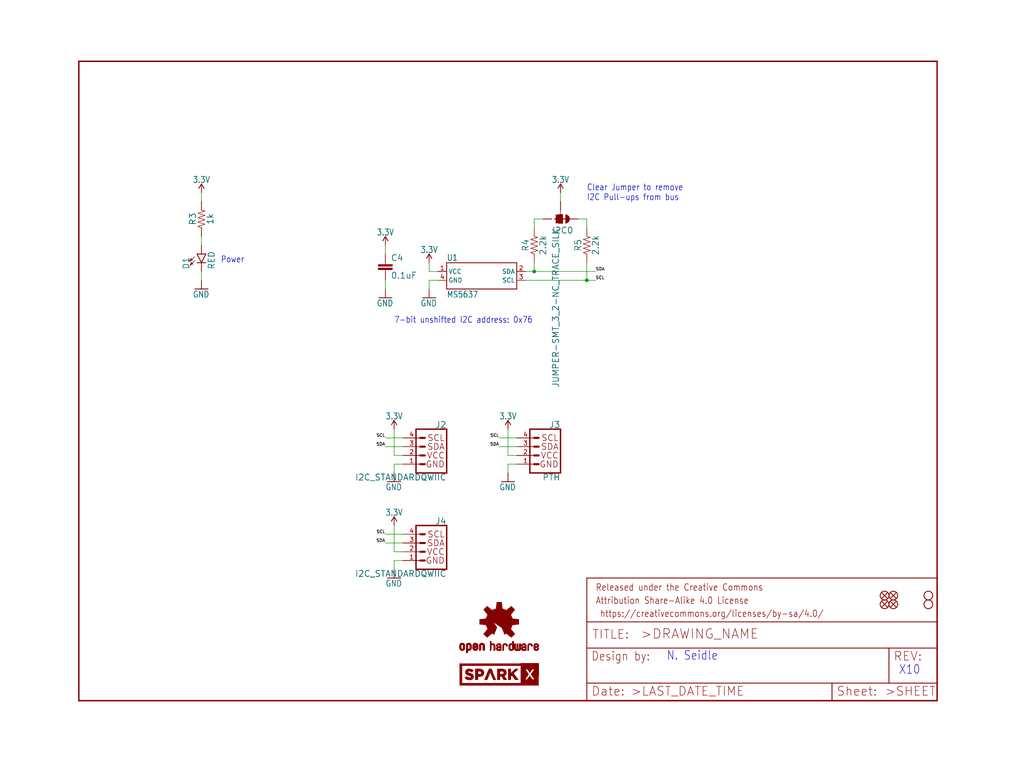
<source format=kicad_sch>
(kicad_sch (version 20211123) (generator eeschema)
  (paper "User" 297.002 223.926)
  (lib_symbols
    (symbol "eagleSchem-eagle-import:0.1UF-0603-25V-(+80{slash}-20%)"
      (property "Reference" "C" (at 1.524 2.921 0))
      (property "Value" "0.1UF-0603-25V-(+80{slash}-20%)" (at 1.524 -2.159 0))
      (symbol "0.1UF-0603-25V-(+80{slash}-20%)_1_0"
        (pin passive line (at 0 5.08 270) (length 2.54) (name "1") (number "1"))
        (pin passive line (at 0 -2.54 90) (length 2.54) (name "2") (number "2"))
      )
    )
    (symbol "eagleSchem-eagle-import:1KOHM-0603-1{slash}10W-1%"
      (property "Reference" "R" (at 0 1.524 0))
      (property "Value" "1KOHM-0603-1{slash}10W-1%" (at 0 -1.524 0))
      (symbol "1KOHM-0603-1{slash}10W-1%_1_0"
        (pin passive line (at -5.08 0 0) (length 2.54) (name "1") (number "1"))
        (pin passive line (at 5.08 0 180) (length 2.54) (name "2") (number "2"))
      )
    )
    (symbol "eagleSchem-eagle-import:2.2KOHM-0603-1{slash}10W-1%"
      (property "Reference" "R" (at 0 1.524 0))
      (property "Value" "2.2KOHM-0603-1{slash}10W-1%" (at 0 -1.524 0))
      (symbol "2.2KOHM-0603-1{slash}10W-1%_1_0"
        (pin passive line (at -5.08 0 0) (length 2.54) (name "1") (number "1"))
        (pin passive line (at 5.08 0 180) (length 2.54) (name "2") (number "2"))
      )
    )
    (symbol "eagleSchem-eagle-import:3.3V" (power)
      (property "Value" "3.3V" (at 0 2.794 0))
      (symbol "3.3V_1_0"
        (pin power_in line (at 0 0 90) (length 2.54) (name "3.3V") (number "1"))
      )
    )
    (symbol "eagleSchem-eagle-import:FIDUCIALUFIDUCIAL")
    (symbol "eagleSchem-eagle-import:FRAME-LETTER"
      (symbol "FRAME-LETTER_2_0"
        (text " https://creativecommons.org/licenses/by-sa/4.0/" (at 2.54 24.13 0) (effects (font (size 1.9304 1.6408)) (justify left bottom)))
        (text ">DRAWING_NAME" (at 15.494 17.78 0) (effects (font (size 2.7432 2.7432)) (justify left bottom)))
        (text ">LAST_DATE_TIME" (at 12.7 1.27 0) (effects (font (size 2.54 2.54)) (justify left bottom)))
        (text ">SHEET" (at 86.36 1.27 0) (effects (font (size 2.54 2.54)) (justify left bottom)))
        (text "Attribution Share-Alike 4.0 License" (at 2.54 27.94 0) (effects (font (size 1.9304 1.6408)) (justify left bottom)))
        (text "Date:" (at 1.27 1.27 0) (effects (font (size 2.54 2.54)) (justify left bottom)))
        (text "Design by:" (at 1.27 11.43 0) (effects (font (size 2.54 2.159)) (justify left bottom)))
        (text "Released under the Creative Commons" (at 2.54 31.75 0) (effects (font (size 1.9304 1.6408)) (justify left bottom)))
        (text "REV:" (at 88.9 11.43 0) (effects (font (size 2.54 2.54)) (justify left bottom)))
        (text "Sheet:" (at 72.39 1.27 0) (effects (font (size 2.54 2.54)) (justify left bottom)))
        (text "TITLE:" (at 1.524 17.78 0) (effects (font (size 2.54 2.54)) (justify left bottom)))
      )
    )
    (symbol "eagleSchem-eagle-import:GND" (power)
      (property "Value" "GND" (at -2.54 -2.54 0))
      (symbol "GND_1_0"
        (pin power_in line (at 0 2.54 270) (length 2.54) (name "GND") (number "1"))
      )
    )
    (symbol "eagleSchem-eagle-import:I2C_STANDARDQWIIC"
      (property "Reference" "J" (at -5.08 7.874 0))
      (property "Value" "I2C_STANDARDQWIIC" (at -5.08 -5.334 0))
      (symbol "I2C_STANDARDQWIIC_1_0"
        (text "GND" (at -4.572 -2.54 0) (effects (font (size 1.778 1.778)) (justify left)))
        (text "SCL" (at -4.572 5.08 0) (effects (font (size 1.778 1.778)) (justify left)))
        (text "SDA" (at -4.572 2.54 0) (effects (font (size 1.778 1.778)) (justify left)))
        (text "VCC" (at -4.572 0 0) (effects (font (size 1.778 1.778)) (justify left)))
        (pin power_in line (at 7.62 -2.54 180) (length 5.08) (name "1") (number "1"))
        (pin power_in line (at 7.62 0 180) (length 5.08) (name "2") (number "2"))
        (pin passive line (at 7.62 2.54 180) (length 5.08) (name "3") (number "3"))
        (pin passive line (at 7.62 5.08 180) (length 5.08) (name "4") (number "4"))
      )
    )
    (symbol "eagleSchem-eagle-import:I2C_STANDARD_NO_SILK"
      (property "Reference" "J" (at -5.08 7.874 0))
      (property "Value" "I2C_STANDARD_NO_SILK" (at -5.08 -5.334 0))
      (symbol "I2C_STANDARD_NO_SILK_1_0"
        (text "GND" (at -4.572 -2.54 0) (effects (font (size 1.778 1.778)) (justify left)))
        (text "SCL" (at -4.572 5.08 0) (effects (font (size 1.778 1.778)) (justify left)))
        (text "SDA" (at -4.572 2.54 0) (effects (font (size 1.778 1.778)) (justify left)))
        (text "VCC" (at -4.572 0 0) (effects (font (size 1.778 1.778)) (justify left)))
        (pin power_in line (at 7.62 -2.54 180) (length 5.08) (name "1") (number "1"))
        (pin power_in line (at 7.62 0 180) (length 5.08) (name "2") (number "2"))
        (pin passive line (at 7.62 2.54 180) (length 5.08) (name "3") (number "3"))
        (pin passive line (at 7.62 5.08 180) (length 5.08) (name "4") (number "4"))
      )
    )
    (symbol "eagleSchem-eagle-import:JUMPER-SMT_3_2-NC_TRACE_SILK"
      (property "Reference" "JP" (at 2.54 0.381 0))
      (property "Value" "JUMPER-SMT_3_2-NC_TRACE_SILK" (at 2.54 -0.381 0))
      (symbol "JUMPER-SMT_3_2-NC_TRACE_SILK_1_0"
        (pin passive line (at 0 5.08 270) (length 2.54) (name "1") (number "1"))
        (pin passive line (at -5.08 0 0) (length 2.54) (name "2") (number "2"))
        (pin passive line (at 0 -5.08 90) (length 2.54) (name "3") (number "3"))
      )
    )
    (symbol "eagleSchem-eagle-import:LED-RED0603"
      (property "Reference" "D" (at -3.429 -4.572 90))
      (property "Value" "LED-RED0603" (at 1.905 -4.572 90))
      (symbol "LED-RED0603_1_0"
        (pin passive line (at 0 2.54 270) (length 2.54) (name "A") (number "A"))
        (pin passive line (at 0 -5.08 90) (length 2.54) (name "C") (number "C"))
      )
    )
    (symbol "eagleSchem-eagle-import:MS5637"
      (property "Reference" "U" (at -10.16 3.048 0))
      (property "Value" "MS5637" (at -10.16 -7.62 0))
      (symbol "MS5637_1_0"
        (pin bidirectional line (at -12.7 0 0) (length 2.54) (name "VCC") (number "1"))
        (pin bidirectional line (at 12.7 0 180) (length 2.54) (name "SDA") (number "2"))
        (pin bidirectional line (at 12.7 -2.54 180) (length 2.54) (name "SCL") (number "3"))
        (pin bidirectional line (at -12.7 -2.54 0) (length 2.54) (name "GND") (number "4"))
      )
    )
    (symbol "eagleSchem-eagle-import:OSHW-LOGOMINI")
    (symbol "eagleSchem-eagle-import:SPARKX-LOGO4")
    (symbol "eagleSchem-eagle-import:STAND-OFF")
  )
  (junction (at 170.18 81.28))
  (junction (at 154.94 78.74))
  (wire (pts (xy 152.4 81.28) (xy 170.18 81.28)))
  (wire (pts (xy 149.86 127) (xy 144.78 127)))
  (wire (pts (xy 162.56 55.88) (xy 162.56 58.42)))
  (wire (pts (xy 154.94 63.5) (xy 157.48 63.5)))
  (wire (pts (xy 111.76 73.66) (xy 111.76 71.12)))
  (wire (pts (xy 111.76 81.28) (xy 111.76 83.82)))
  (wire (pts (xy 114.3 134.62) (xy 114.3 137.16)))
  (wire (pts (xy 127 78.74) (xy 124.46 78.74)))
  (wire (pts (xy 170.18 63.5) (xy 167.64 63.5)))
  (wire (pts (xy 127 81.28) (xy 124.46 81.28)))
  (wire (pts (xy 58.42 71.12) (xy 58.42 68.58)))
  (wire (pts (xy 116.84 134.62) (xy 114.3 134.62)))
  (wire (pts (xy 58.42 58.42) (xy 58.42 55.88)))
  (wire (pts (xy 116.84 162.56) (xy 114.3 162.56)))
  (wire (pts (xy 149.86 132.08) (xy 147.32 132.08)))
  (wire (pts (xy 116.84 157.48) (xy 111.76 157.48)))
  (wire (pts (xy 58.42 81.28) (xy 58.42 78.74)))
  (wire (pts (xy 116.84 154.94) (xy 111.76 154.94)))
  (wire (pts (xy 170.18 66.04) (xy 170.18 63.5)))
  (wire (pts (xy 116.84 132.08) (xy 114.3 132.08)))
  (wire (pts (xy 116.84 129.54) (xy 111.76 129.54)))
  (wire (pts (xy 114.3 162.56) (xy 114.3 165.1)))
  (wire (pts (xy 154.94 78.74) (xy 154.94 76.2)))
  (wire (pts (xy 124.46 81.28) (xy 124.46 83.82)))
  (wire (pts (xy 152.4 78.74) (xy 154.94 78.74)))
  (wire (pts (xy 114.3 132.08) (xy 114.3 124.46)))
  (wire (pts (xy 149.86 134.62) (xy 147.32 134.62)))
  (wire (pts (xy 124.46 78.74) (xy 124.46 76.2)))
  (wire (pts (xy 116.84 127) (xy 111.76 127)))
  (wire (pts (xy 147.32 132.08) (xy 147.32 124.46)))
  (wire (pts (xy 170.18 81.28) (xy 170.18 76.2)))
  (wire (pts (xy 147.32 134.62) (xy 147.32 137.16)))
  (wire (pts (xy 170.18 81.28) (xy 172.72 81.28)))
  (wire (pts (xy 116.84 160.02) (xy 114.3 160.02)))
  (wire (pts (xy 154.94 66.04) (xy 154.94 63.5)))
  (wire (pts (xy 154.94 78.74) (xy 172.72 78.74)))
  (wire (pts (xy 149.86 129.54) (xy 144.78 129.54)))
  (wire (pts (xy 114.3 160.02) (xy 114.3 152.4)))
  (text "X10" (at 260.604 195.834 180) (effects (font (size 2.54 2.159)) (justify left bottom)))
  (text "N. Seidle" (at 193.294 191.77 180) (effects (font (size 2.54 2.159)) (justify left bottom)))
  (text "Power" (at 64.008 76.454 180) (effects (font (size 1.778 1.5113)) (justify left bottom)))
  (text "Clear Jumper to remove\nI2C Pull-ups from bus" (at 170.18 58.42 180) (effects (font (size 1.778 1.5113)) (justify left bottom)))
  (text "7-bit unshifted I2C address: 0x76" (at 114.3 93.98 180) (effects (font (size 1.778 1.5113)) (justify left bottom)))
  (label "SCL" (at 111.76 127 180) (effects (font (size 0.889 0.889))))
  (label "SCL" (at 111.76 154.94 180) (effects (font (size 0.889 0.889))))
  (label "SDA" (at 172.72 78.74 0) (effects (font (size 0.889 0.889))))
  (label "SCL" (at 144.78 127 180) (effects (font (size 0.889 0.889))))
  (label "SDA" (at 111.76 157.48 180) (effects (font (size 0.889 0.889))))
  (label "SCL" (at 172.72 81.28 0) (effects (font (size 0.889 0.889))))
  (label "SDA" (at 111.76 129.54 180) (effects (font (size 0.889 0.889))))
  (label "SDA" (at 144.78 129.54 180) (effects (font (size 0.889 0.889))))
  (symbol (lib_id "eagleSchem-eagle-import:GND") (at 58.42 83.82 0) (unit 1)
    (property "Reference" "#GND3" (effects hide))
    (property "Value" "GND" (at 55.88 86.36 0) (effects (font (size 1.778 1.5113)) (justify left bottom)))
    (property "Footprint" "eagleSchem:" (effects hide))
  )
  (symbol (lib_id "eagleSchem-eagle-import:OSHW-LOGOMINI") (at 144.78 180.34 0) (unit 1)
    (property "Reference" "LOGO1" (effects hide))
    (property "Value" "OSHW-LOGOMINI" (effects hide))
    (property "Footprint" "eagleSchem:OSHW-LOGO-MINI" (effects hide))
  )
  (symbol (lib_id "eagleSchem-eagle-import:I2C_STANDARDQWIIC") (at 124.46 132.08 0) (mirror y) (unit 1)
    (property "Reference" "J2" (at 129.54 124.206 0) (effects (font (size 1.778 1.778)) (justify left bottom)))
    (property "Value" "I2C_STANDARDQWIIC" (at 129.54 137.414 0) (effects (font (size 1.778 1.778)) (justify left top)))
    (property "Footprint" "eagleSchem:1X04_1MM_RA" (effects hide))
  )
  (symbol (lib_id "eagleSchem-eagle-import:3.3V") (at 124.46 76.2 0) (unit 1)
    (property "Reference" "#SUPPLY3" (effects hide))
    (property "Value" "3.3V" (at 124.46 73.406 0) (effects (font (size 1.778 1.5113)) (justify bottom)))
    (property "Footprint" "eagleSchem:" (effects hide))
  )
  (symbol (lib_id "eagleSchem-eagle-import:MS5637") (at 139.7 78.74 0) (unit 1)
    (property "Reference" "U1" (at 129.54 75.692 0) (effects (font (size 1.778 1.5113)) (justify left bottom)))
    (property "Value" "MS5637" (at 129.54 86.36 0) (effects (font (size 1.778 1.5113)) (justify left bottom)))
    (property "Footprint" "eagleSchem:MS5637" (effects hide))
  )
  (symbol (lib_id "eagleSchem-eagle-import:1KOHM-0603-1{slash}10W-1%") (at 58.42 63.5 90) (unit 1)
    (property "Reference" "R3" (at 56.896 63.5 0) (effects (font (size 1.778 1.778)) (justify bottom)))
    (property "Value" "1k" (at 59.944 63.5 0) (effects (font (size 1.778 1.778)) (justify top)))
    (property "Footprint" "eagleSchem:0603" (effects hide))
  )
  (symbol (lib_id "eagleSchem-eagle-import:SPARKX-LOGO4") (at 144.78 195.58 0) (unit 1)
    (property "Reference" "U$1" (effects hide))
    (property "Value" "SPARKX-LOGO4" (effects hide))
    (property "Footprint" "eagleSchem:SPARKX-MEDIUM" (effects hide))
  )
  (symbol (lib_id "eagleSchem-eagle-import:3.3V") (at 162.56 55.88 0) (unit 1)
    (property "Reference" "#SUPPLY1" (effects hide))
    (property "Value" "3.3V" (at 162.56 53.086 0) (effects (font (size 1.778 1.5113)) (justify bottom)))
    (property "Footprint" "eagleSchem:" (effects hide))
  )
  (symbol (lib_id "eagleSchem-eagle-import:FIDUCIALUFIDUCIAL") (at 259.08 175.26 0) (unit 1)
    (property "Reference" "JP1" (effects hide))
    (property "Value" "FIDUCIALUFIDUCIAL" (effects hide))
    (property "Footprint" "eagleSchem:MICRO-FIDUCIAL" (effects hide))
  )
  (symbol (lib_id "eagleSchem-eagle-import:3.3V") (at 147.32 124.46 0) (unit 1)
    (property "Reference" "#SUPPLY7" (effects hide))
    (property "Value" "3.3V" (at 147.32 121.666 0) (effects (font (size 1.778 1.5113)) (justify bottom)))
    (property "Footprint" "eagleSchem:" (effects hide))
  )
  (symbol (lib_id "eagleSchem-eagle-import:STAND-OFF") (at 269.24 172.72 0) (unit 1)
    (property "Reference" "JP3" (effects hide))
    (property "Value" "STAND-OFF" (effects hide))
    (property "Footprint" "eagleSchem:STAND-OFF" (effects hide))
  )
  (symbol (lib_id "eagleSchem-eagle-import:JUMPER-SMT_3_2-NC_TRACE_SILK") (at 162.56 63.5 270) (unit 1)
    (property "Reference" "I2C0" (at 160.02 67.818 90) (effects (font (size 1.778 1.778)) (justify left bottom)))
    (property "Value" "JUMPER-SMT_3_2-NC_TRACE_SILK" (at 162.179 66.04 0) (effects (font (size 1.778 1.778)) (justify left top)))
    (property "Footprint" "eagleSchem:SMT-JUMPER_3_2-NC_TRACE_SILK" (effects hide))
  )
  (symbol (lib_id "eagleSchem-eagle-import:FIDUCIALUFIDUCIAL") (at 256.54 175.26 0) (unit 1)
    (property "Reference" "JP5" (effects hide))
    (property "Value" "FIDUCIALUFIDUCIAL" (effects hide))
    (property "Footprint" "eagleSchem:MICRO-FIDUCIAL" (effects hide))
  )
  (symbol (lib_id "eagleSchem-eagle-import:3.3V") (at 111.76 71.12 0) (unit 1)
    (property "Reference" "#SUPPLY5" (effects hide))
    (property "Value" "3.3V" (at 111.76 68.326 0) (effects (font (size 1.778 1.5113)) (justify bottom)))
    (property "Footprint" "eagleSchem:" (effects hide))
  )
  (symbol (lib_id "eagleSchem-eagle-import:2.2KOHM-0603-1{slash}10W-1%") (at 170.18 71.12 90) (unit 1)
    (property "Reference" "R5" (at 168.656 71.12 0) (effects (font (size 1.778 1.778)) (justify bottom)))
    (property "Value" "2.2k" (at 171.704 71.12 0) (effects (font (size 1.778 1.778)) (justify top)))
    (property "Footprint" "eagleSchem:0603" (effects hide))
  )
  (symbol (lib_id "eagleSchem-eagle-import:GND") (at 124.46 86.36 0) (unit 1)
    (property "Reference" "#GND1" (effects hide))
    (property "Value" "GND" (at 121.92 88.9 0) (effects (font (size 1.778 1.5113)) (justify left bottom)))
    (property "Footprint" "eagleSchem:" (effects hide))
  )
  (symbol (lib_id "eagleSchem-eagle-import:3.3V") (at 114.3 124.46 0) (unit 1)
    (property "Reference" "#SUPPLY4" (effects hide))
    (property "Value" "3.3V" (at 114.3 121.666 0) (effects (font (size 1.778 1.5113)) (justify bottom)))
    (property "Footprint" "eagleSchem:" (effects hide))
  )
  (symbol (lib_id "eagleSchem-eagle-import:SPARKX-LOGO4") (at 144.78 195.58 0) (unit 1)
    (property "Reference" "U$2" (effects hide))
    (property "Value" "SPARKX-LOGO4" (effects hide))
    (property "Footprint" "eagleSchem:SPARKX-MEDIUM" (effects hide))
  )
  (symbol (lib_id "eagleSchem-eagle-import:FRAME-LETTER") (at 22.86 203.2 0) (unit 1)
    (property "Reference" "FRAME1" (effects hide))
    (property "Value" "FRAME-LETTER" (effects hide))
    (property "Footprint" "eagleSchem:CREATIVE_COMMONS" (effects hide))
  )
  (symbol (lib_id "eagleSchem-eagle-import:3.3V") (at 58.42 55.88 0) (unit 1)
    (property "Reference" "#SUPPLY10" (effects hide))
    (property "Value" "3.3V" (at 58.42 53.086 0) (effects (font (size 1.778 1.5113)) (justify bottom)))
    (property "Footprint" "eagleSchem:" (effects hide))
  )
  (symbol (lib_id "eagleSchem-eagle-import:I2C_STANDARDQWIIC") (at 124.46 160.02 0) (mirror y) (unit 1)
    (property "Reference" "J4" (at 129.54 152.146 0) (effects (font (size 1.778 1.778)) (justify left bottom)))
    (property "Value" "I2C_STANDARDQWIIC" (at 129.54 165.354 0) (effects (font (size 1.778 1.778)) (justify left top)))
    (property "Footprint" "eagleSchem:1X04_1MM_RA" (effects hide))
  )
  (symbol (lib_id "eagleSchem-eagle-import:GND") (at 111.76 86.36 0) (unit 1)
    (property "Reference" "#GND4" (effects hide))
    (property "Value" "GND" (at 109.22 88.9 0) (effects (font (size 1.778 1.5113)) (justify left bottom)))
    (property "Footprint" "eagleSchem:" (effects hide))
  )
  (symbol (lib_id "eagleSchem-eagle-import:FIDUCIALUFIDUCIAL") (at 259.08 172.72 0) (unit 1)
    (property "Reference" "JP6" (effects hide))
    (property "Value" "FIDUCIALUFIDUCIAL" (effects hide))
    (property "Footprint" "eagleSchem:MICRO-FIDUCIAL" (effects hide))
  )
  (symbol (lib_id "eagleSchem-eagle-import:FIDUCIALUFIDUCIAL") (at 256.54 172.72 0) (unit 1)
    (property "Reference" "JP2" (effects hide))
    (property "Value" "FIDUCIALUFIDUCIAL" (effects hide))
    (property "Footprint" "eagleSchem:MICRO-FIDUCIAL" (effects hide))
  )
  (symbol (lib_id "eagleSchem-eagle-import:0.1UF-0603-25V-(+80{slash}-20%)") (at 111.76 78.74 0) (unit 1)
    (property "Reference" "C4" (at 113.284 75.819 0) (effects (font (size 1.778 1.778)) (justify left bottom)))
    (property "Value" "0.1uF" (at 113.284 80.899 0) (effects (font (size 1.778 1.778)) (justify left bottom)))
    (property "Footprint" "eagleSchem:0603" (effects hide))
  )
  (symbol (lib_id "eagleSchem-eagle-import:I2C_STANDARD_NO_SILK") (at 157.48 132.08 0) (mirror y) (unit 1)
    (property "Reference" "J3" (at 162.56 124.206 0) (effects (font (size 1.778 1.778)) (justify left bottom)))
    (property "Value" "PTH" (at 162.56 137.414 0) (effects (font (size 1.778 1.778)) (justify left top)))
    (property "Footprint" "eagleSchem:1X04_NO_SILK" (effects hide))
  )
  (symbol (lib_id "eagleSchem-eagle-import:STAND-OFF") (at 269.24 175.26 0) (unit 1)
    (property "Reference" "JP4" (effects hide))
    (property "Value" "STAND-OFF" (effects hide))
    (property "Footprint" "eagleSchem:STAND-OFF" (effects hide))
  )
  (symbol (lib_id "eagleSchem-eagle-import:2.2KOHM-0603-1{slash}10W-1%") (at 154.94 71.12 90) (unit 1)
    (property "Reference" "R4" (at 153.416 71.12 0) (effects (font (size 1.778 1.778)) (justify bottom)))
    (property "Value" "2.2k" (at 156.464 71.12 0) (effects (font (size 1.778 1.778)) (justify top)))
    (property "Footprint" "eagleSchem:0603" (effects hide))
  )
  (symbol (lib_id "eagleSchem-eagle-import:FRAME-LETTER") (at 170.18 203.2 0) (unit 2)
    (property "Reference" "FRAME1" (effects hide))
    (property "Value" "FRAME-LETTER" (effects hide))
    (property "Footprint" "eagleSchem:CREATIVE_COMMONS" (effects hide))
  )
  (symbol (lib_id "eagleSchem-eagle-import:GND") (at 147.32 139.7 0) (unit 1)
    (property "Reference" "#GND7" (effects hide))
    (property "Value" "GND" (at 144.78 142.24 0) (effects (font (size 1.778 1.5113)) (justify left bottom)))
    (property "Footprint" "eagleSchem:" (effects hide))
  )
  (symbol (lib_id "eagleSchem-eagle-import:3.3V") (at 114.3 152.4 0) (unit 1)
    (property "Reference" "#SUPPLY8" (effects hide))
    (property "Value" "3.3V" (at 114.3 149.606 0) (effects (font (size 1.778 1.5113)) (justify bottom)))
    (property "Footprint" "eagleSchem:" (effects hide))
  )
  (symbol (lib_id "eagleSchem-eagle-import:GND") (at 114.3 167.64 0) (unit 1)
    (property "Reference" "#GND8" (effects hide))
    (property "Value" "GND" (at 111.76 170.18 0) (effects (font (size 1.778 1.5113)) (justify left bottom)))
    (property "Footprint" "eagleSchem:" (effects hide))
  )
  (symbol (lib_id "eagleSchem-eagle-import:LED-RED0603") (at 58.42 73.66 0) (unit 1)
    (property "Reference" "D1" (at 54.991 78.232 90) (effects (font (size 1.778 1.778)) (justify left bottom)))
    (property "Value" "RED" (at 60.325 78.232 90) (effects (font (size 1.778 1.778)) (justify left top)))
    (property "Footprint" "eagleSchem:LED-0603" (effects hide))
  )
  (symbol (lib_id "eagleSchem-eagle-import:GND") (at 114.3 139.7 0) (unit 1)
    (property "Reference" "#GND6" (effects hide))
    (property "Value" "GND" (at 111.76 142.24 0) (effects (font (size 1.778 1.5113)) (justify left bottom)))
    (property "Footprint" "eagleSchem:" (effects hide))
  )
)
</source>
